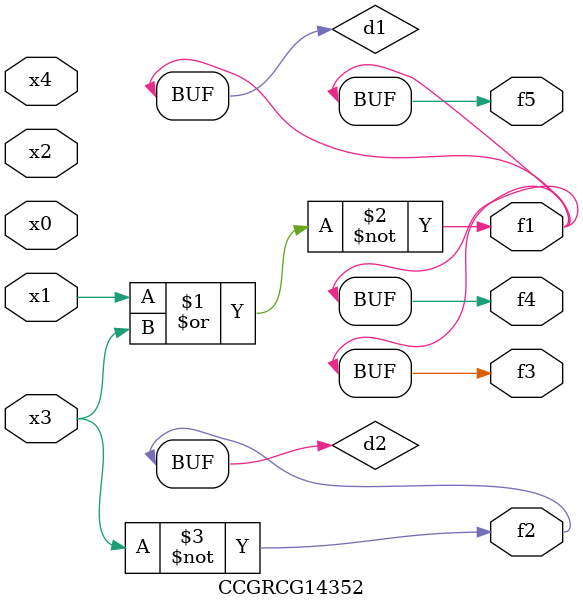
<source format=v>
module CCGRCG14352(
	input x0, x1, x2, x3, x4,
	output f1, f2, f3, f4, f5
);

	wire d1, d2;

	nor (d1, x1, x3);
	not (d2, x3);
	assign f1 = d1;
	assign f2 = d2;
	assign f3 = d1;
	assign f4 = d1;
	assign f5 = d1;
endmodule

</source>
